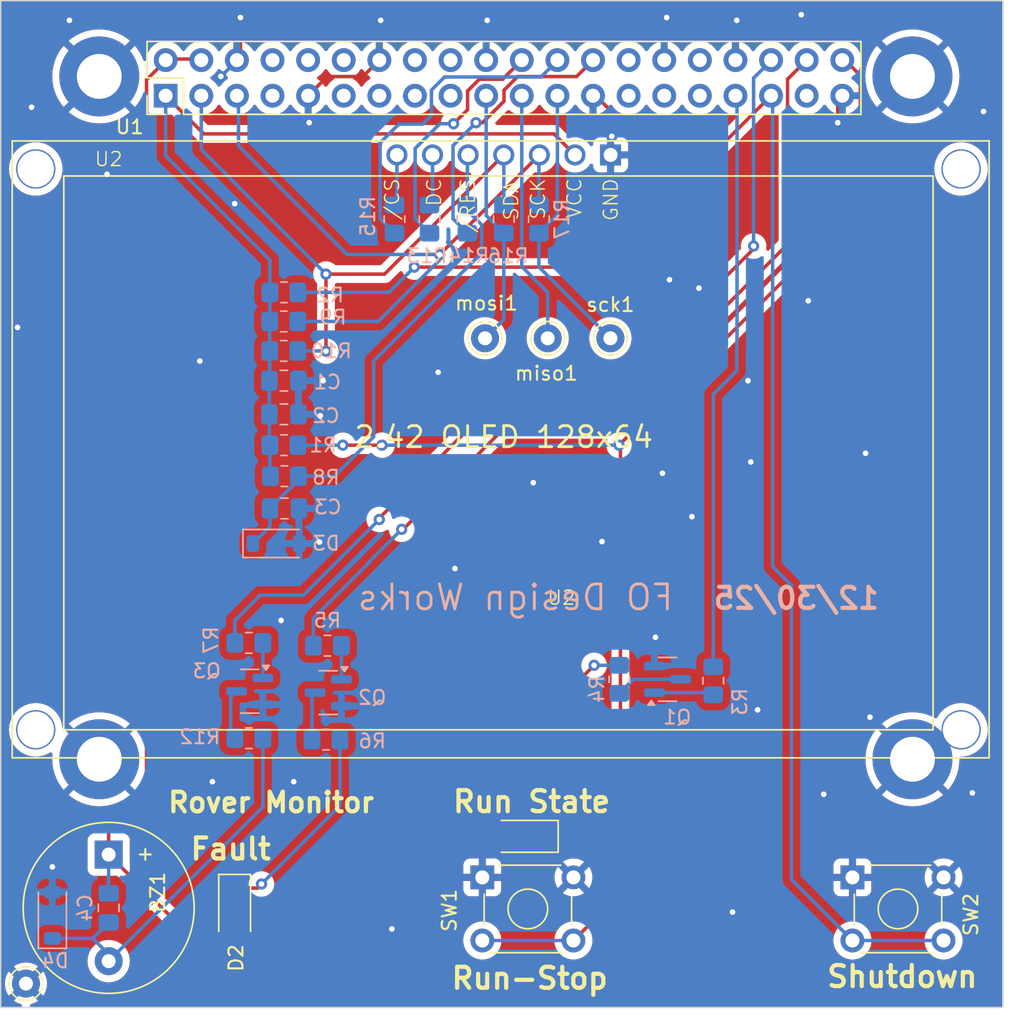
<source format=kicad_pcb>
(kicad_pcb (version 20240108) (generator "pcbnew") (generator_version "8.0")
  (layers (0 "F.Cu" signal) (31 "B.Cu" signal) (34 "B.Paste" user) (35 "F.Paste" user) (36 "B.SilkS" user "B.Silkscreen") (37 "F.SilkS" user "F.Silkscreen") (38 "B.Mask" user) (39 "F.Mask" user) (44 "Edge.Cuts" user))
  (net 0 "")
  (net 1 "GND")
  (net 2 "+5V")
  (net 3 "Net-(D2-K)")
  (net 4 "Net-(D1-K)")
  (net 5 "Net-(BZ1--)")
  (net 6 "Net-(D3-K)")
  (net 7 "+3V3")
  (net 8 "Net-(Q1-B)")
  (net 9 "Net-(Q1-C)")
  (net 10 "Net-(Q2-B)")
  (net 11 "Net-(Q2-C)")
  (net 12 "Net-(Q3-B)")
  (net 13 "/GPIO20")
  (net 14 "/GPIO16")
  (net 15 "/GPIO13")
  (net 16 "/GPIO21")
  (net 17 "/GPIO19")
  (net 18 "/SCL")
  (net 19 "/SDA")
  (net 20 "Net-(U1-SPI_MOSI)")
  (net 21 "Net-(U1-SPI_MISO)")
  (net 22 "Net-(U1-SPI_SCLK)")
  (net 23 "Net-(Q3-C)")
  (net 24 "Net-(U2-DC)")
  (net 25 "Net-(U1-GPIO7)")
  (net 26 "Net-(U2-{slash}CS)")
  (net 27 "Net-(U1-GPIO8)")
  (net 28 "Net-(U1-GPIO25)")
  (footprint "Buzzer_Beeper:Buzzer_12x9.5RM7.6" (layer "F.Cu") (at 56.7139 122.1232 -90)
    (property "Reference" "BZ1")
    (property "Value" "Buzzer")
  )
  (footprint "TestPoint:TestPoint_THTPad_D2.0mm_Drill1.0mm" (layer "F.Cu") (at 50.814032 131.3232)
    (property "Reference" "GND1" (hide yes))
    (property "Value" "GND")
  )
  (footprint "jerrys_Library:oled_128x64_r2" (layer "F.Cu") (at 92.514032 72.2232)
    (property "Reference" "U2")
    (property "Value" "~")
  )
  (footprint "TestPoint:TestPoint_THTPad_D2.0mm_Drill1.0mm" (layer "F.Cu") (at 83.559267 85.3)
    (property "Reference" "mosi1")
    (property "Value" "mosi")
  )
  (footprint "LED_SMD:LED_1206_3216Metric_Pad1.42x1.75mm_HandSolder" (layer "F.Cu") (at 65.7 126 -90)
    (property "Reference" "D2")
    (property "Value" "Alarm")
  )
  (footprint "jerrys_Library:oled_128x64_r2" (layer "F.Cu") (at 120.3136 101.1232)
    (property "Reference" "U2")
    (property "Value" "~")
  )
  (footprint "MountingHole:MountingHole_3.2mm_M3_ISO7380_Pad_TopBottom" (layer "F.Cu") (at 56.0436 115.3232)
    (property "Reference" "H3" (hide yes))
    (property "Value" "MountingHole_Pad")
  )
  (footprint "Button_Switch_THT:SW_TH_Tactile_Omron_B3F-10xx" (layer "F.Cu") (at 109.7639 123.75)
    (property "Reference" "SW2")
    (property "Value" "Shutdown")
  )
  (footprint "MountingHole:MountingHole_3.2mm_M3_ISO7380_Pad_TopBottom" (layer "F.Cu") (at 56.0436 66.6232)
    (property "Reference" "H1" (hide yes))
    (property "Value" "MountingHole_Pad")
  )
  (footprint "MountingHole:MountingHole_3.2mm_M3_ISO7380_Pad_TopBottom" (layer "F.Cu") (at 114.0436 115.3232)
    (property "Reference" "H4" (hide yes))
    (property "Value" "MountingHole_Pad")
  )
  (footprint "TestPoint:TestPoint_THTPad_D2.0mm_Drill1.0mm" (layer "F.Cu") (at 92.5 85.3)
    (property "Reference" "sck1")
    (property "Value" "sck")
  )
  (footprint "Connector_PinHeader_2.54mm:PinHeader_2x20_P2.54mm_Vertical" (layer "F.Cu") (at 60.78 68 90)
    (property "Reference" "U1")
    (property "Value" "~")
  )
  (footprint "MountingHole:MountingHole_3.2mm_M3_ISO7380_Pad_TopBottom" (layer "F.Cu") (at 114.0436 66.6232)
    (property "Reference" "H2" (hide yes))
    (property "Value" "MountingHole_Pad")
  )
  (footprint "TestPoint:TestPoint_THTPad_D2.0mm_Drill1.0mm" (layer "F.Cu") (at 88.029633 85.3)
    (property "Reference" "miso1")
    (property "Value" "miso")
  )
  (footprint "Button_Switch_THT:SW_TH_Tactile_Omron_B3F-10xx" (layer "F.Cu") (at 83.364032 123.75)
    (property "Reference" "SW1")
    (property "Value" "Run-Stop")
  )
  (footprint "LED_SMD:LED_1206_3216Metric_Pad1.42x1.75mm_HandSolder" (layer "F.Cu") (at 86.314032 120.8232 180)
    (property "Reference" "D1" (hide yes))
    (property "Value" "Run-Stop")
  )
  (footprint "Resistor_SMD:R_0805_2012Metric_Pad1.20x1.40mm_HandSolder" (layer "B.Cu") (at 69.2 84.1)
    (property "Reference" "R9")
    (property "Value" "15K")
  )
  (footprint "Resistor_SMD:R_0805_2012Metric_Pad1.20x1.40mm_HandSolder" (layer "B.Cu") (at 66.714032 107.0232 180)
    (property "Reference" "R7")
    (property "Value" "3.3K")
  )
  (footprint "Resistor_SMD:R_0805_2012Metric_Pad1.20x1.40mm_HandSolder" (layer "B.Cu") (at 69.2 86.2)
    (property "Reference" "R10")
    (property "Value" "15K")
  )
  (footprint "Capacitor_SMD:C_0805_2012Metric_Pad1.18x1.45mm_HandSolder" (layer "B.Cu") (at 69.2136 90.7232)
    (property "Reference" "C2")
    (property "Value" "0.1uF")
  )
  (footprint "Resistor_SMD:R_0805_2012Metric_Pad1.20x1.40mm_HandSolder" (layer "B.Cu") (at 79.6 76.8 90)
    (property "Reference" "R13")
    (property "Value" "0R")
  )
  (footprint "Diode_SMD:D_SOD-123" (layer "B.Cu") (at 52.7 126.45 90)
    (property "Reference" "D4")
    (property "Value" "1N4448W")
  )
  (footprint "Resistor_SMD:R_0805_2012Metric_Pad1.20x1.40mm_HandSolder" (layer "B.Cu") (at 99.839032 109.7232 90)
    (property "Reference" "R3")
    (property "Value" "3.3K")
  )
  (footprint "Resistor_SMD:R_0805_2012Metric_Pad1.20x1.40mm_HandSolder" (layer "B.Cu") (at 69.214032 82.0232)
    (property "Reference" "R2")
    (property "Value" "4.7K")
  )
  (footprint "Resistor_SMD:R_0805_2012Metric_Pad1.20x1.40mm_HandSolder" (layer "B.Cu") (at 82.3 76.8 90)
    (property "Reference" "R14")
    (property "Value" "0R")
  )
  (footprint "Resistor_SMD:R_0805_2012Metric_Pad1.20x1.40mm_HandSolder" (layer "B.Cu") (at 66.714032 113.8232 180)
    (property "Reference" "R12")
    (property "Value" "100")
  )
  (footprint "Resistor_SMD:R_0805_2012Metric_Pad1.20x1.40mm_HandSolder" (layer "B.Cu") (at 84.9 76.8 90)
    (property "Reference" "R16")
    (property "Value" "0R")
  )
  (footprint "Resistor_SMD:R_0805_2012Metric_Pad1.20x1.40mm_HandSolder" (layer "B.Cu") (at 77.1 76.8 90)
    (property "Reference" "R15")
    (property "Value" "0R")
  )
  (footprint "Resistor_SMD:R_0805_2012Metric_Pad1.20x1.40mm_HandSolder" (layer "B.Cu") (at 93.139032 109.6232 -90)
    (property "Reference" "R4")
    (property "Value" "390R")
  )
  (footprint "Resistor_SMD:R_0805_2012Metric_Pad1.20x1.40mm_HandSolder" (layer "B.Cu") (at 72.314032 107.2232 180)
    (property "Reference" "R5")
    (property "Value" "3.3K")
  )
  (footprint "Capacitor_SMD:C_0805_2012Metric_Pad1.18x1.45mm_HandSolder" (layer "B.Cu") (at 69.251532 97.4357)
    (property "Reference" "C3")
    (property "Value" "10uF")
  )
  (footprint "Resistor_SMD:R_0805_2012Metric_Pad1.20x1.40mm_HandSolder" (layer "B.Cu") (at 69.214032 92.9232)
    (property "Reference" "R1")
    (property "Value" "4.7K")
  )
  (footprint "Capacitor_SMD:C_0805_2012Metric_Pad1.18x1.45mm_HandSolder" (layer "B.Cu") (at 69.2136 88.3232 180)
    (property "Reference" "C1")
    (property "Value" "10uF")
  )
  (footprint "Resistor_SMD:R_0805_2012Metric_Pad1.20x1.40mm_HandSolder" (layer "B.Cu") (at 87.4 76.8 90)
    (property "Reference" "R17")
    (property "Value" "0R")
  )
  (footprint "Diode_SMD:D_SOD-123" (layer "B.Cu") (at 68.651532 99.9357)
    (property "Reference" "D3")
    (property "Value" "1N4448W")
  )
  (footprint "Package_TO_SOT_SMD:SOT-23" (layer "B.Cu") (at 72.376532 110.5732 180)
    (property "Reference" "Q2")
    (property "Value" "MMBT3904")
  )
  (footprint "Package_TO_SOT_SMD:SOT-23" (layer "B.Cu") (at 96.576532 109.6232)
    (property "Reference" "Q1")
    (property "Value" "MMBT3904")
  )
  (footprint "Resistor_SMD:R_0805_2012Metric_Pad1.20x1.40mm_HandSolder" (layer "B.Cu") (at 69.251532 95.1357)
    (property "Reference" "R8")
    (property "Value" "15K")
  )
  (footprint "Capacitor_SMD:C_0805_2012Metric_Pad1.18x1.45mm_HandSolder" (layer "B.Cu") (at 56.7139 125.9232 -90)
    (property "Reference" "C4")
    (property "Value" "o.1uF")
  )
  (footprint "Resistor_SMD:R_0805_2012Metric_Pad1.20x1.40mm_HandSolder" (layer "B.Cu") (at 72.214032 113.9232 180)
    (property "Reference" "R6")
    (property "Value" "390R")
  )
  (footprint "Package_TO_SOT_SMD:SOT-23" (layer "B.Cu") (at 66.776532 110.4732 180)
    (property "Reference" "Q3")
    (property "Value" "MMBT3904")
  )
  (gr_line (start 49.0136 61.2232) (end 120.5 61.2232) (stroke (width 0.1)) (layer "Edge.Cuts"))
  (gr_line (start 49.014032 133.0232) (end 49.014032 61.2232) (stroke (width 0.1)) (layer "Edge.Cuts"))
  (gr_line (start 120.5 61.2232) (end 120.5 133.0232) (stroke (width 0.1)) (layer "Edge.Cuts"))
  (gr_line (start 120.5 133.0232) (end 49.014032 133.0232) (stroke (width 0.1)) (layer "Edge.Cuts"))
  (gr_text "12/30/25" (at 111.814032 104.7232 0) (layer "B.SilkS") (effects (font (size 1.5 1.5) (thickness 0.3) (bold yes)) (justify left bottom mirror)))
  (gr_text "FO Design Works" (at 97.114032 104.8232 0) (layer "B.SilkS") (effects (font (size 1.778 1.778) (thickness 0.2032)) (justify left bottom mirror)))
  (gr_text "Run-Stop" (at 81.014032 131.8232 0) (layer "F.SilkS") (effects (font (size 1.5 1.5) (thickness 0.3) (bold yes)) (justify left bottom)))
  (gr_text "Rover Monitor" (at 60.8 119.2232 0) (layer "F.SilkS") (effects (font (size 1.4 1.4) (thickness 0.3) (bold yes)) (justify left bottom)))
  (gr_text "Run State" (at 81.114032 119.2232 0) (layer "F.SilkS") (effects (font (size 1.5 1.5) (thickness 0.3) (bold yes)) (justify left bottom)))
  (gr_text "Fault" (at 62.4 122.6 0) (layer "F.SilkS") (effects (font (size 1.5 1.5) (thickness 0.3) (bold yes)) (justify left bottom)))
  (gr_text "Shutdown" (at 107.8 131.7 0) (layer "F.SilkS") (effects (font (size 1.5 1.5) (thickness 0.3) (bold yes)) (justify left bottom)))
  (segment (start 66.1139 65.2429) (end 65.9736 65.3832) (width 0.25) (layer "F.Cu") (net 1))
  (segment (start 76.1139 65.3635) (end 76.1336 65.3832) (width 0.25) (layer "F.Cu") (net 1))
  (segment (start 76.02 65.46) (end 74.845 66.635) (width 0.25) (layer "F.Cu") (net 1))
  (segment (start 74.845 66.635) (end 72.305 66.635) (width 0.25) (layer "F.Cu") (net 1))
  (segment (start 96.5139 62.4232) (end 96.4536 62.4835) (width 0.25) (layer "F.Cu") (net 1))
  (segment (start 71.751832 99.8357) (end 71.951832 99.8357) (width 0.25) (layer "F.Cu") (net 1))
  (segment (start 76.1139 62.6232) (end 76.1139 65.3635) (width 0.25) (layer "F.Cu") (net 1))
  (segment (start 92.6 70.9) (end 92.6 69.1496) (width 0.25) (layer "F.Cu") (net 1))
  (segment (start 72.305 66.635) (end 70.94 68) (width 0.25) (layer "F.Cu") (net 1))
  (segment (start 92.514032 72.2232) (end 92.514032 70.985968) (width 0.25) (layer "F.Cu") (net 1))
  (segment (start 83.7536 62.6632) (end 83.7536 65.3832) (width 0.25) (layer "F.Cu") (net 1))
  (segment (start 108.7136 69.9232) (end 108.7136 68.3632) (width 0.25) (layer "F.Cu") (net 1))
  (segment (start 92.514032 70.985968) (end 92.6 70.9) (width 0.25) (layer "F.Cu") (net 1))
  (segment (start 108.7136 68.3632) (end 109.1536 67.9232) (width 0.25) (layer "F.Cu") (net 1))
  (segment (start 92.6 69.1496) (end 91.3736 67.9232) (width 0.25) (layer "F.Cu") (net 1))
  (segment (start 83.7136 62.6232) (end 83.7536 62.6632) (width 0.25) (layer "F.Cu") (net 1))
  (segment (start 101.5336 62.7432) (end 101.5336 65.3832) (width 0.25) (layer "F.Cu") (net 1))
  (segment (start 66.1139 62.4232) (end 66.1139 65.2429) (width 0.25) (layer "F.Cu") (net 1))
  (segment (start 101.5136 62.7232) (end 101.5336 62.7432) (width 0.25) (layer "F.Cu") (net 1))
  (segment (start 101.5136 62.6232) (end 101.5136 62.7232) (width 0.25) (layer "F.Cu") (net 1))
  (segment (start 96.4536 62.4835) (end 96.4536 65.3832) (width 0.25) (layer "F.Cu") (net 1))
  (via (at 111.014032 112.3232) (size 0.8) (drill 0.4) (layers "F.Cu" "B.Cu") (net 1))
  (via (at 96.2139 94.9232) (size 0.8) (drill 0.4) (layers "F.Cu" "B.Cu") (net 1))
  (via (at 103 111.8) (size 0.8) (drill 0.4) (layers "F.Cu" "B.Cu") (net 1))
  (via (at 76.1139 62.6232) (size 0.8) (drill 0.4) (layers "F.Cu" "B.Cu") (net 1))
  (via (at 119.114032 69.1232) (size 0.8) (drill 0.4) (layers "F.Cu" "B.Cu") (net 1))
  (via (at 108.7136 69.9232) (size 0.8) (drill 0.4) (layers "F.Cu" "B.Cu") (net 1))
  (via (at 106.6139 82.6232) (size 0.8) (drill 0.4) (layers "F.Cu" "B.Cu") (net 1))
  (via (at 71.751832 99.8357) (size 0.8) (drill 0.4) (layers "F.Cu" "B.Cu") (net 1))
  (via (at 83.7136 62.6232) (size 0.8) (drill 0.4) (layers "F.Cu" "B.Cu") (net 1))
  (via (at 69.014032 105.4232) (size 0.8) (drill 0.4) (layers "F.Cu" "B.Cu") (net 1))
  (via (at 71.814032 90.8232) (size 0.8) (drill 0.4) (layers "F.Cu" "B.Cu") (net 1))
  (via (at 91.9 99.8) (size 0.8) (drill 0.4) (layers "F.Cu" "B.Cu") (net 1))
  (via (at 50.2136 84.5232) (size 0.8) (drill 0.4) (layers "F.Cu" "B.Cu") (net 1))
  (via (at 64.114032 116.9232) (size 0.8) (drill 0.4) (layers "F.Cu" "B.Cu") (net 1))
  (via (at 71.0136 69.9232) (size 0.8) (drill 0.4) (layers "F.Cu" "B.Cu") (net 1))
  (via (at 66.1139 62.4232) (size 0.8) (drill 0.4) (layers "F.Cu" "B.Cu") (net 1))
  (via (at 107.714032 117.8232) (size 0.8) (drill 0.4) (layers "F.Cu" "B.Cu") (net 1))
  (via (at 92.6 70.9) (size 0.8) (drill 0.4) (layers "F.Cu" "B.Cu") (net 1))
  (via (at 101.5136 62.6232) (size 0.8) (drill 0.4) (layers "F.Cu" "B.Cu") (net 1))
  (via (at 96.714032 81.1232) (size 0.8) (drill 0.4) (layers "F.Cu" "B.Cu") (net 1))
  (via (at 98.3139 98.0232) (size 0.8) (drill 0.4) (layers "F.Cu" "B.Cu") (net 1))
  (via (at 63.214032 86.9232) (size 0.8) (drill 0.4) (layers "F.Cu" "B.Cu") (net 1))
  (via (at 118.314032 117.7232) (size 0.8) (drill 0.4) (layers "F.Cu" "B.Cu") (net 1))
  (via (at 95.714032 106.6232) (size 0.8) (drill 0.4) (layers "F.Cu" "B.Cu") (net 1))
  (via (at 96.5139 62.4232) (size 0.8) (drill 0.4) (layers "F.Cu" "B.Cu") (net 1))
  (via (at 51.214032 68.8232) (size 0.8) (drill 0.4) (layers "F.Cu" "B.Cu") (net 1))
  (via (at 65.7 75.7) (size 0.8) (drill 0.4) (layers "F.Cu" "B.Cu") (net 1))
  (via (at 87 95.6) (size 0.8) (drill 0.4) (layers "F.Cu" "B.Cu") (net 1))
  (via (at 69.914032 116.9232) (size 0.8) (drill 0.4) (layers "F.Cu" "B.Cu") (net 1))
  (via (at 102.5139 94.1232) (size 0.8) (drill 0.4) (layers "F.Cu" "B.Cu") (net 1))
  (via (at 110.7 93.5) (size 0.8) (drill 0.4) (layers "F.Cu" "B.Cu") (net 1))
  (via (at 106.1136 62.2232) (size 0.8) (drill 0.4) (layers "F.Cu" "B.Cu") (net 1))
  (via (at 76.914032 127.4232) (size 0.8) (drill 0.4) (layers "F.Cu" "B.Cu") (net 1))
  (via (at 72.014032 88.3232) (size 0.8) (drill 0.4) (layers "F.Cu" "B.Cu") (net 1))
  (via (at 56.6 73.6) (size 0.8) (drill 0.4) (layers "F.Cu" "B.Cu") (net 1))
  (via (at 98.814032 81.7232) (size 0.8) (drill 0.4) (layers "F.Cu" "B.Cu") (net 1))
  (via (at 81.414032 101.7232) (size 0.8) (drill 0.4) (layers "F.Cu" "B.Cu") (net 1))
  (via (at 64.7136 66.6232) (size 0.8) (drill 0.4) (layers "F.Cu" "B.Cu") (net 1))
  (via (at 101.214032 126.2232) (size 0.8) (drill 0.4) (layers "F.Cu" "B.Cu") (net 1))
  (via (at 52.7 123) (size 0.8) (drill 0.4) (layers "F.Cu" "B.Cu") (net 1))
  (via (at 80.2139 87.7232) (size 0.8) (drill 0.4) (layers "F.Cu" "B.Cu") (net 1))
  (via (at 102.3139 88.3232) (size 0.8) (drill 0.4) (layers "F.Cu" "B.Cu") (net 1))
  (via (at 53.9136 62.6232) (size 0.8) (drill 0.4) (layers "F.Cu" "B.Cu") (net 1))
  (segment (start 70.301532 99.9357) (end 71.651832 99.9357) (width 0.25) (layer "B.Cu") (net 1))
  (segment (start 70.289032 99.9232) (end 70.301532 99.9357) (width 0.25) (layer "B.Cu") (net 1))
  (segment (start 70.251532 97.3982) (end 70.289032 97.4357) (width 0.25) (layer "B.Cu") (net 1))
  (segment (start 70.289032 97.4357) (end 70.289032 97.1732) (width 0.25) (layer "B.Cu") (net 1))
  (segment (start 71.0136 69.9232) (end 71.0136 67.9632) (width 0.25) (layer "B.Cu") (net 1))
  (segment (start 71.651832 99.9357) (end 71.751832 99.8357) (width 0.25) (layer "B.Cu") (net 1))
  (segment (start 71.714032 90.7232) (end 71.814032 90.8232) (width 0.25) (layer "B.Cu") (net 1))
  (segment (start 64.7136 66.6232) (end 64.7336 66.6232) (width 0.25) (layer "B.Cu") (net 1))
  (segment (start 71.0136 67.9632) (end 71.0536 67.9232) (width 0.25) (layer "B.Cu") (net 1))
  (segment (start 70.301532 99.9357) (end 70.301532 97.4482) (width 0.25) (layer "B.Cu") (net 1))
  (segment (start 70.2511 90.7232) (end 71.714032 90.7232) (width 0.25) (layer "B.Cu") (net 1))
  (segment (start 70.301532 97.4482) (end 70.289032 97.4357) (width 0.25) (layer "B.Cu") (net 1))
  (segment (start 64.7336 66.6232) (end 65.9736 65.3832) (width 0.25) (layer "B.Cu") (net 1))
  (segment (start 70.2136 90.7607) (end 70.2511 90.7232) (width 0.25) (layer "B.Cu") (net 1))
  (segment (start 72.014032 88.3232) (end 70.2511 88.3232) (width 0.25) (layer "B.Cu") (net 1))
  (segment (start 65.7 127.4875) (end 67.349732 127.4875) (width 0.25) (layer "F.Cu") (net 2))
  (segment (start 59.414032 117.723068) (end 56.7139 120.4232) (width 0.25) (layer "F.Cu") (net 2))
  (segment (start 60.8936 65.3832) (end 59.414032 66.862768) (width 0.25) (layer "F.Cu") (net 2))
  (segment (start 59.414032 66.862768) (end 59.414032 117.723068) (width 0.25) (layer "F.Cu") (net 2))
  (segment (start 65.7 127.4875) (end 62.0782 127.4875) (width 0.25) (layer "F.Cu") (net 2))
  (segment (start 67.349732 127.4875) (end 74.014032 120.8232) (width 0.25) (layer "F.Cu") (net 2))
  (segment (start 63.4336 65.3832) (end 60.8936 65.3832) (width 0.25) (layer "F.Cu") (net 2))
  (segment (start 56.7139 120.4232) (end 56.7139 122.1232) (width 0.25) (layer "F.Cu") (net 2))
  (segment (start 62.0782 127.4875) (end 56.7139 122.1232) (width 0.25) (layer "F.Cu") (net 2))
  (segment (start 74.014032 120.8232) (end 84.826532 120.8232) (width 0.25) (layer "F.Cu") (net 2))
  (segment (start 56.7139 124.8857) (end 56.7139 122.1232) (width 0.25) (layer "B.Cu") (net 2))
  (segment (start 60.1536 65.3832) (end 60.8936 65.3832) (width 0.25) (layer "B.Cu") (net 2))
  (segment (start 65.7 124.5125) (end 67.324732 124.5125) (width 0.25) (layer "F.Cu") (net 3))
  (segment (start 67.324732 124.5125) (end 67.614032 124.2232) (width 0.25) (layer "F.Cu") (net 3))
  (via (at 67.614032 124.2232) (size 0.8) (drill 0.4) (layers "F.Cu" "B.Cu") (net 3))
  (segment (start 73.214032 113.9232) (end 73.214032 118.6232) (width 0.25) (layer "B.Cu") (net 3))
  (segment (start 73.214032 118.6232) (end 67.614032 124.2232) (width 0.25) (layer "B.Cu") (net 3))
  (segment (start 91.339032 108.6232) (end 87.801532 112.1607) (width 0.25) (layer "F.Cu") (net 4))
  (segment (start 87.801532 112.1607) (end 87.801532 120.8232) (width 0.25) (layer "F.Cu") (net 4))
  (via (at 91.339032 108.6232) (size 0.8) (drill 0.4) (layers "F.Cu" "B.Cu") (net 4))
  (segment (start 91.339032 108.6232) (end 93.139032 108.6232) (width 0.25) (layer "B.Cu") (net 4))
  (segment (start 55.5746 128.1) (end 56.8 129.3254) (width 0.25) (layer "B.Cu") (net 5))
  (segment (start 56.8 129.3254) (end 56.8 129.6371) (width 0.25) (layer "B.Cu") (net 5))
  (segment (start 56.7139 129.7232) (end 67.7139 118.7232) (width 0.25) (layer "B.Cu") (net 5))
  (segment (start 56.8 129.6371) (end 56.7139 129.7232) (width 0.25) (layer "B.Cu") (net 5))
  (segment (start 55.5746 128.1) (end 56.7139 126.9607) (width 0.25) (layer "B.Cu") (net 5))
  (segment (start 67.7139 118.7232) (end 67.714032 118.7232) (width 0.25) (layer "B.Cu") (net 5))
  (segment (start 52.7 128.1) (end 55.5746 128.1) (width 0.25) (layer "B.Cu") (net 5))
  (segment (start 67.714032 113.8232) (end 67.714032 118.7232) (width 0.25) (layer "B.Cu") (net 5))
  (segment (start 82.04 72.7) (end 82.04 72.64) (width 0.25) (layer "F.Cu") (net 6))
  (segment (start 82.04 72.64) (end 82 72.6) (width 0.25) (layer "F.Cu") (net 6))
  (segment (start 82.3 72.277232) (end 82.354032 72.2232) (width 0.25) (layer "B.Cu") (net 6))
  (segment (start 82.3 75.8) (end 82.3 72.277232) (width 0.25) (layer "B.Cu") (net 6))
  (segment (start 75.614032 86.9232) (end 75.614032 92.3232) (width 0.25) (layer "B.Cu") (net 6))
  (segment (start 83.325 79.212232) (end 75.614032 86.9232) (width 0.25) (layer "B.Cu") (net 6))
  (segment (start 70.251532 95.3982) (end 68.214032 97.4357) (width 0.25) (layer "B.Cu") (net 6))
  (segment (start 68.214032 97.4357) (end 68.214032 98.7232) (width 0.25) (layer "B.Cu") (net 6))
  (segment (start 75.614032 92.3232) (end 72.801532 95.1357) (width 0.25) (layer "B.Cu") (net 6))
  (segment (start 82.3 75.8) (end 82.3 76.1799) (width 0.25) (layer "B.Cu") (net 6))
  (segment (start 72.801532 95.1357) (end 70.251532 95.1357) (width 0.25) (layer "B.Cu") (net 6))
  (segment (start 82.3 76.1799) (end 83.325 77.2049) (width 0.25) (layer "B.Cu") (net 6))
  (segment (start 68.214032 98.7232) (end 67.001532 99.9357) (width 0.25) (layer "B.Cu") (net 6))
  (segment (start 70.251532 95.1357) (end 70.251532 95.3982) (width 0.25) (layer "B.Cu") (net 6))
  (segment (start 83.325 77.2049) (end 83.325 79.212232) (width 0.25) (layer "B.Cu") (net 6))
  (segment (start 60.7936 67.8232) (end 60.8936 67.9232) (width 0.25) (layer "F.Cu") (net 7))
  (segment (start 88.474032 70.7232) (end 63.5032 70.7232) (width 0.25) (layer "F.Cu") (net 7))
  (segment (start 63.5032 70.7232) (end 60.78 68) (width 0.25) (layer "F.Cu") (net 7))
  (segment (start 89.974032 72.2232) (end 88.474032 70.7232) (width 0.25) (layer "F.Cu") (net 7))
  (segment (start 68.214032 82.0232) (end 68.214032 79.7232) (width 0.25) (layer "B.Cu") (net 7))
  (segment (start 68.1761 90.7232) (end 68.1761 93.0857) (width 0.25) (layer "B.Cu") (net 7))
  (segment (start 68.2 84.1) (end 68.2 86.2) (width 0.25) (layer "B.Cu") (net 7))
  (segment (start 68.214032 92.9232) (end 68.214032 95.0982) (width 0.25) (layer "B.Cu") (net 7))
  (segment (start 60.78 72.289168) (end 60.78 68) (width 0.25) (layer "B.Cu") (net 7))
  (segment (start 68.214032 79.7232) (end 60.78 72.289168) (width 0.25) (layer "B.Cu") (net 7))
  (segment (start 68.2 86.2) (end 68.2 88.2993) (width 0.25) (layer "B.Cu") (net 7))
  (segment (start 68.1761 88.3232) (end 68.1761 90.7232) (width 0.25) (layer "B.Cu") (net 7))
  (segment (start 68.2136 90.7607) (end 68.1761 90.7232) (width 0.25) (layer "B.Cu") (net 7))
  (segment (start 68.214032 95.0982) (end 68.251532 95.1357) (width 0.25) (layer "B.Cu") (net 7))
  (segment (start 68.214032 84.085968) (end 68.2 84.1) (width 0.25) (layer "B.Cu") (net 7))
  (segment (start 68.2 88.2993) (end 68.1761 88.3232) (width 0.25) (layer "B.Cu") (net 7))
  (segment (start 68.214032 82.0232) (end 68.214032 84.085968) (width 0.25) (layer "B.Cu") (net 7))
  (segment (start 95.639032 110.5732) (end 99.689032 110.5732) (width 0.25) (layer "B.Cu") (net 8))
  (segment (start 99.689032 110.5732) (end 99.839032 110.7232) (width 0.25) (layer "B.Cu") (net 8))
  (segment (start 94.139032 109.6232) (end 93.139032 110.6232) (width 0.25) (layer "B.Cu") (net 9))
  (segment (start 97.514032 109.6232) (end 94.139032 109.6232) (width 0.25) (layer "B.Cu") (net 9))
  (segment (start 73.314032 107.2232) (end 73.314032 109.6232) (width 0.25) (layer "B.Cu") (net 10))
  (segment (start 71.214032 113.9232) (end 71.214032 110.7982) (width 0.25) (layer "B.Cu") (net 11))
  (segment (start 71.214032 110.7982) (end 71.439032 110.5732) (width 0.25) (layer "B.Cu") (net 11))
  (segment (start 67.714032 107.0232) (end 67.714032 109.5232) (width 0.25) (layer "B.Cu") (net 12))
  (segment (start 91.914032 91.8232) (end 105.135 78.602232) (width 0.25) (layer "F.Cu") (net 13))
  (segment (start 105.135 66.825) (end 106.5 65.46) (width 0.25) (layer "F.Cu") (net 13))
  (segment (start 77.614032 98.9232) (end 77.714032 98.9232) (width 0.25) (layer "F.Cu") (net 13))
  (segment (start 84.814032 91.8232) (end 91.914032 91.8232) (width 0.25) (layer "F.Cu") (net 13))
  (segment (start 105.135 78.602232) (end 105.135 66.825) (width 0.25) (layer "F.Cu") (net 13))
  (segment (start 77.714032 98.9232) (end 84.814032 91.8232) (width 0.25) (layer "F.Cu") (net 13))
  (via (at 77.614032 98.9232) (size 0.8) (drill 0.4) (layers "F.Cu" "B.Cu") (net 13))
  (segment (start 77.614032 98.9232) (end 75.3639 101.173332) (width 0.25) (layer "B.Cu") (net 13))
  (segment (start 75.3639 101.210795) (end 71.314032 105.260663) (width 0.25) (layer "B.Cu") (net 13))
  (segment (start 71.314032 105.260663) (end 71.314032 107.2232) (width 0.25) (layer "B.Cu") (net 13))
  (segment (start 75.3639 101.173332) (end 75.3639 101.210795) (width 0.25) (layer "B.Cu") (net 13))
  (segment (start 76.014032 98.1232) (end 76.014032 98.2232) (width 0.25) (layer "F.Cu") (net 14))
  (segment (start 102.7136 78.923632) (end 91.014032 90.6232) (width 0.25) (layer "F.Cu") (net 14))
  (segment (start 102.7136 78.7232) (end 102.7136 78.923632) (width 0.25) (layer "F.Cu") (net 14))
  (segment (start 91.014032 90.6232) (end 83.514032 90.6232) (width 0.25) (layer "F.Cu") (net 14))
  (segment (start 83.514032 90.6232) (end 76.014032 98.1232) (width 0.25) (layer "F.Cu") (net 14))
  (via (at 76.014032 98.2232) (size 0.8) (drill 0.4) (layers "F.Cu" "B.Cu") (net 14))
  (via (at 102.7136 78.7232) (size 0.8) (drill 0.4) (layers "F.Cu" "B.Cu") (net 14))
  (segment (start 65.714032 105.4232) (end 65.714032 107.0232) (width 0.25) (layer "B.Cu") (net 14))
  (segment (start 102.7136 66.7432) (end 104.0736 65.3832) (width 0.25) (layer "B.Cu") (net 14))
  (segment (start 76.014032 98.2232) (end 70.614032 103.6232) (width 0.25) (layer "B.Cu") (net 14))
  (segment (start 102.7136 78.7232) (end 102.7136 66.7432) (width 0.25) (layer "B.Cu") (net 14))
  (segment (start 70.614032 103.6232) (end 67.514032 103.6232) (width 0.25) (layer "B.Cu") (net 14))
  (segment (start 67.514032 103.6232) (end 65.714032 105.4232) (width 0.25) (layer "B.Cu") (net 14))
  (segment (start 101.5336 67.9232) (end 101.5336 68.1432) (width 0.25) (layer "F.Cu") (net 15))
  (segment (start 99.839032 108.7232) (end 99.839032 89.2982) (width 0.25) (layer "B.Cu") (net 15))
  (segment (start 101.5336 67.9232) (end 101.5336 85.9232) (width 0.25) (layer "B.Cu") (net 15))
  (segment (start 101.514032 87.6232) (end 101.514032 85.942768) (width 0.25) (layer "B.Cu") (net 15))
  (segment (start 99.839032 89.2982) (end 101.514032 87.6232) (width 0.25) (layer "B.Cu") (net 15))
  (segment (start 93.214032 93.0232) (end 93.214032 124.9) (width 0.25) (layer "F.Cu") (net 16))
  (segment (start 93.214032 124.9) (end 89.864032 128.25) (width 0.25) (layer "F.Cu") (net 16))
  (segment (start 93.114032 92.9232) (end 93.214032 93.0232) (width 0.25) (layer "F.Cu") (net 16))
  (segment (start 110.3286 75.708632) (end 110.3286 66.5582) (width 0.25) (layer "F.Cu") (net 16))
  (segment (start 110.3286 66.5582) (end 109.1536 65.3832) (width 0.25) (layer "F.Cu") (net 16))
  (segment (start 93.114032 92.9232) (end 110.3286 75.708632) (width 0.25) (layer "F.Cu") (net 16))
  (segment (start 73.414032 92.9232) (end 76.214032 92.9232) (width 0.25) (layer "F.Cu") (net 16))
  (via (at 76.214032 92.9232) (size 0.8) (drill 0.4) (layers "F.Cu" "B.Cu") (net 16))
  (via (at 93.114032 92.9232) (size 0.8) (drill 0.4) (layers "F.Cu" "B.Cu") (net 16))
  (via (at 73.414032 92.9232) (size 0.8) (drill 0.4) (layers "F.Cu" "B.Cu") (net 16))
  (segment (start 70.214032 92.9232) (end 73.414032 92.9232) (width 0.25) (layer "B.Cu") (net 16))
  (segment (start 83.364032 128.25) (end 89.864032 128.25) (width 0.25) (layer "B.Cu") (net 16))
  (segment (start 93.114032 92.9232) (end 76.214032 92.9232) (width 0.25) (layer "B.Cu") (net 16))
  (segment (start 91.814032 80.2232) (end 78.514032 80.2232) (width 0.25) (layer "F.Cu") (net 17))
  (segment (start 94.725416 77.311816) (end 91.814032 80.2232) (width 0.25) (layer "F.Cu") (net 17))
  (segment (start 103.96 68) (end 94.725416 77.234584) (width 0.25) (layer "F.Cu") (net 17))
  (via (at 78.514032 80.2232) (size 0.8) (drill 0.4) (layers "F.Cu" "B.Cu") (net 17))
  (segment (start 104.0736 101.5829) (end 105.4139 102.9232) (width 0.25) (layer "B.Cu") (net 17))
  (segment (start 105.4139 123.9) (end 105.4139 116.2232) (width 0.25) (layer "B.Cu") (net 17))
  (segment (start 76.714032 82.0232) (end 70.214032 82.0232) (width 0.25) (layer "B.Cu") (net 17))
  (segment (start 104.0736 67.9232) (end 104.0736 101.5829) (width 0.25) (layer "B.Cu") (net 17))
  (segment (start 109.7639 128.25) (end 105.4139 123.9) (width 0.25) (layer "B.Cu") (net 17))
  (segment (start 116.2639 128.25) (end 109.7639 128.25) (width 0.25) (layer "B.Cu") (net 17))
  (segment (start 78.514032 80.2232) (end 76.714032 82.0232) (width 0.25) (layer "B.Cu") (net 17))
  (segment (start 105.4139 116.2232) (end 105.4139 102.9232) (width 0.25) (layer "B.Cu") (net 17))
  (segment (start 87.434032 72.2232) (end 80.324032 79.3332) (width 0.25) (layer "F.Cu") (net 18))
  (segment (start 80.324032 79.3332) (end 80.314032 79.3432) (width 0.25) (layer "F.Cu") (net 18))
  (via (at 80.324032 79.3332) (size 0.8) (drill 0.4) (layers "F.Cu" "B.Cu") (net 18))
  (segment (start 75.937232 84.1) (end 80.324032 79.7132) (width 0.25) (layer "B.Cu") (net 18))
  (segment (start 87.4 75.8) (end 87.4 72.257232) (width 0.25) (layer "B.Cu") (net 18))
  (segment (start 65.9736 71.5736) (end 73.7232 79.3232) (width 0.25) (layer "B.Cu") (net 18))
  (segment (start 70.2 84.1) (end 75.937232 84.1) (width 0.25) (layer "B.Cu") (net 18))
  (segment (start 66.0139 67.9635) (end 65.9736 67.9232) (width 0.25) (layer "B.Cu") (net 18))
  (segment (start 80.314032 79.3232) (end 80.324032 79.3332) (width 0.25) (layer "B.Cu") (net 18))
  (segment (start 87.4 72.257232) (end 87.434032 72.2232) (width 0.25) (layer "B.Cu") (net 18))
  (segment (start 80.324032 79.7132) (end 80.324032 79.3332) (width 0.25) (layer "B.Cu") (net 18))
  (segment (start 65.9736 67.9232) (end 65.9736 71.5736) (width 0.25) (layer "B.Cu") (net 18))
  (segment (start 73.7232 79.3232) (end 80.314032 79.3232) (width 0.25) (layer "B.Cu") (net 18))
  (segment (start 84.894032 72.2232) (end 76.394032 80.7232) (width 0.25) (layer "F.Cu") (net 19))
  (segment (start 76.394032 80.7232) (end 72.214032 80.7232) (width 0.25) (layer "F.Cu") (net 19))
  (segment (start 72.214032 86.2232) (end 72.214032 80.7232) (width 0.25) (layer "F.Cu") (net 19))
  (via (at 72.214032 86.2232) (size 0.8) (drill 0.4) (layers "F.Cu" "B.Cu") (net 19))
  (via (at 72.214032 80.7232) (size 0.8) (drill 0.4) (layers "F.Cu" "B.Cu") (net 19))
  (segment (start 84.9 72.229168) (end 84.894032 72.2232) (width 0.25) (layer "B.Cu") (net 19))
  (segment (start 72.190832 86.2) (end 70.2 86.2) (width 0.25) (layer "B.Cu") (net 19))
  (segment (start 63.32 71.829168) (end 72.214032 80.7232) (width 0.25) (layer "B.Cu") (net 19))
  (segment (start 72.214032 86.2232) (end 72.190832 86.2) (width 0.25) (layer "B.Cu") (net 19))
  (segment (start 63.32 68) (end 63.32 71.829168) (width 0.25) (layer "B.Cu") (net 19))
  (segment (start 84.9 75.8) (end 84.9 72.229168) (width 0.25) (layer "B.Cu") (net 19))
  (segment (start 83.2139 68.4629) (end 83.7536 67.9232) (width 0.25) (layer "F.Cu") (net 20))
  (segment (start 83.64 68) (end 83.64 76.54) (width 0.25) (layer "B.Cu") (net 20))
  (segment (start 83.64 76.54) (end 84.9 77.8) (width 0.25) (layer "B.Cu") (net 20))
  (segment (start 84.9 77.8) (end 84.9 83.959267) (width 0.25) (layer "B.Cu") (net 20))
  (segment (start 84.9 83.959267) (end 83.559267 85.3) (width 0.25) (layer "B.Cu") (net 20))
  (segment (start 85.9 68.3168) (end 86.2936 67.9232) (width 0.25) (layer "F.Cu") (net 21))
  (segment (start 88.029633 82.038801) (end 88.014032 82.0232) (width 0.25) (layer "B.Cu") (net 21))
  (segment (start 86.18 68) (end 86.18 80.189168) (width 0.25) (layer "B.Cu") (net 21))
  (segment (start 88.029633 85.3) (end 88.029633 82.038801) (width 0.25) (layer "B.Cu") (net 21))
  (segment (start 86.18 80.189168) (end 88.014032 82.0232) (width 0.25) (layer "B.Cu") (net 21))
  (segment (start 88.114032 80.9232) (end 88.1232 80.9232) (width 0.25) (layer "B.Cu") (net 22))
  (segment (start 88.72 76.48) (end 87.4 77.8) (width 0.25) (layer "B.Cu") (net 22))
  (segment (start 87.4 80.209168) (end 88.114032 80.9232) (width 0.25) (layer "B.Cu") (net 22))
  (segment (start 88.72 68) (end 88.72 76.48) (width 0.25) (layer "B.Cu") (net 22))
  (segment (start 88.1232 80.9232) (end 92.5 85.3) (width 0.25) (layer "B.Cu") (net 22))
  (segment (start 87.4 77.8) (end 87.4 80.209168) (width 0.25) (layer "B.Cu") (net 22))
  (segment (start 65.414032 114.3232) (end 65.414032 110.8982) (width 0.25) (layer "B.Cu") (net 23))
  (segment (start 65.414032 110.8982) (end 65.839032 110.4732) (width 0.25) (layer "B.Cu") (net 23))
  (segment (start 79.814032 75.585968) (end 79.6 75.8) (width 0.25) (layer "B.Cu") (net 24))
  (segment (start 79.814032 72.2232) (end 79.814032 75.585968) (width 0.25) (layer "B.Cu") (net 24))
  (segment (start 85.883299 66.635) (end 84.914032 67.604267) (width 0.25) (layer "F.Cu") (net 25))
  (segment (start 83.378501 69.9232) (end 82.914032 69.9232) (width 0.25) (layer "F.Cu") (net 25))
  (segment (start 84.914032 68.387669) (end 83.378501 69.9232) (width 0.25) (layer "F.Cu") (net 25))
  (segment (start 90.085 66.635) (end 85.883299 66.635) (width 0.25) (layer "F.Cu") (net 25))
  (segment (start 84.914032 67.604267) (end 84.914032 68.387669) (width 0.25) (layer "F.Cu") (net 25))
  (segment (start 91.26 65.46) (end 90.085 66.635) (width 0.25) (layer "F.Cu") (net 25))
  (via (at 82.914032 69.9232) (size 0.8) (drill 0.4) (layers "F.Cu" "B.Cu") (net 25))
  (segment (start 81.275 76.775) (end 81.275 71.562232) (width 0.25) (layer "B.Cu") (net 25))
  (segment (start 82.3 77.8) (end 81.275 76.775) (width 0.25) (layer "B.Cu") (net 25))
  (segment (start 81.275 71.562232) (end 82.914032 69.9232) (width 0.25) (layer "B.Cu") (net 25))
  (segment (start 77.274032 72.2232) (end 77.274032 75.625968) (width 0.25) (layer "B.Cu") (net 26))
  (segment (start 77.274032 75.625968) (end 77.1 75.8) (width 0.25) (layer "B.Cu") (net 26))
  (segment (start 77.414032 70.0232) (end 79.114032 70.0232) (width 0.25) (layer "B.Cu") (net 27))
  (segment (start 80.674248 66.662984) (end 79.735 67.602232) (width 0.25) (layer "B.Cu") (net 27))
  (segment (start 88.8336 65.3832) (end 87.553816 66.662984) (width 0.25) (layer "B.Cu") (net 27))
  (segment (start 79.735 67.602232) (end 79.735 69.402232) (width 0.25) (layer "B.Cu") (net 27))
  (segment (start 76.075 71.362232) (end 77.414032 70.0232) (width 0.25) (layer "B.Cu") (net 27))
  (segment (start 77.1 77.8) (end 76.075 76.775) (width 0.25) (layer "B.Cu") (net 27))
  (segment (start 76.075 76.775) (end 76.075 71.362232) (width 0.25) (layer "B.Cu") (net 27))
  (segment (start 87.553816 66.662984) (end 80.674248 66.662984) (width 0.25) (layer "B.Cu") (net 27))
  (segment (start 79.735 69.402232) (end 79.114032 70.0232) (width 0.25) (layer "B.Cu") (net 27))
  (segment (start 81.314032 69.9982) (end 82.314032 68.9982) (width 0.25) (layer "F.Cu") (net 28))
  (segment (start 84.815 66.825) (end 86.18 65.46) (width 0.25) (layer "F.Cu") (net 28))
  (segment (start 83.153299 66.825) (end 84.815 66.825) (width 0.25) (layer "F.Cu") (net 28))
  (segment (start 82.314032 67.664267) (end 83.153299 66.825) (width 0.25) (layer "F.Cu") (net 28))
  (segment (start 82.314032 68.9982) (end 82.314032 67.664267) (width 0.25) (layer "F.Cu") (net 28))
  (via (at 81.314032 69.9982) (size 0.8) (drill 0.4) (layers "F.Cu" "B.Cu") (net 28))
  (segment (start 78.575 76.775) (end 78.575 71.762232) (width 0.25) (layer "B.Cu") (net 28))
  (segment (start 79.6 77.8) (end 78.575 76.775) (width 0.25) (layer "B.Cu") (net 28))
  (segment (start 80.339032 69.9982) (end 81.314032 69.9982) (width 0.25) (layer "B.Cu") (net 28))
  (segment (start 78.575 71.762232) (end 80.339032 69.9982) (width 0.25) (layer "B.Cu") (net 28))
  (zone (net 1) (net_name "GND") (layers "F.Cu" "B.Cu") (priority 1) (connect_pads (clearance 0.508)) (min_thickness 0.25) (fill yes (thermal_gap 0.5) (thermal_bridge_width 0.5))
    (polygon (pts (xy 49.0139 61.2232) (xy 120.5 61.2232) (xy 120.514032 133.0232) (xy 49.014032 133.0232)))
  )
)
</source>
